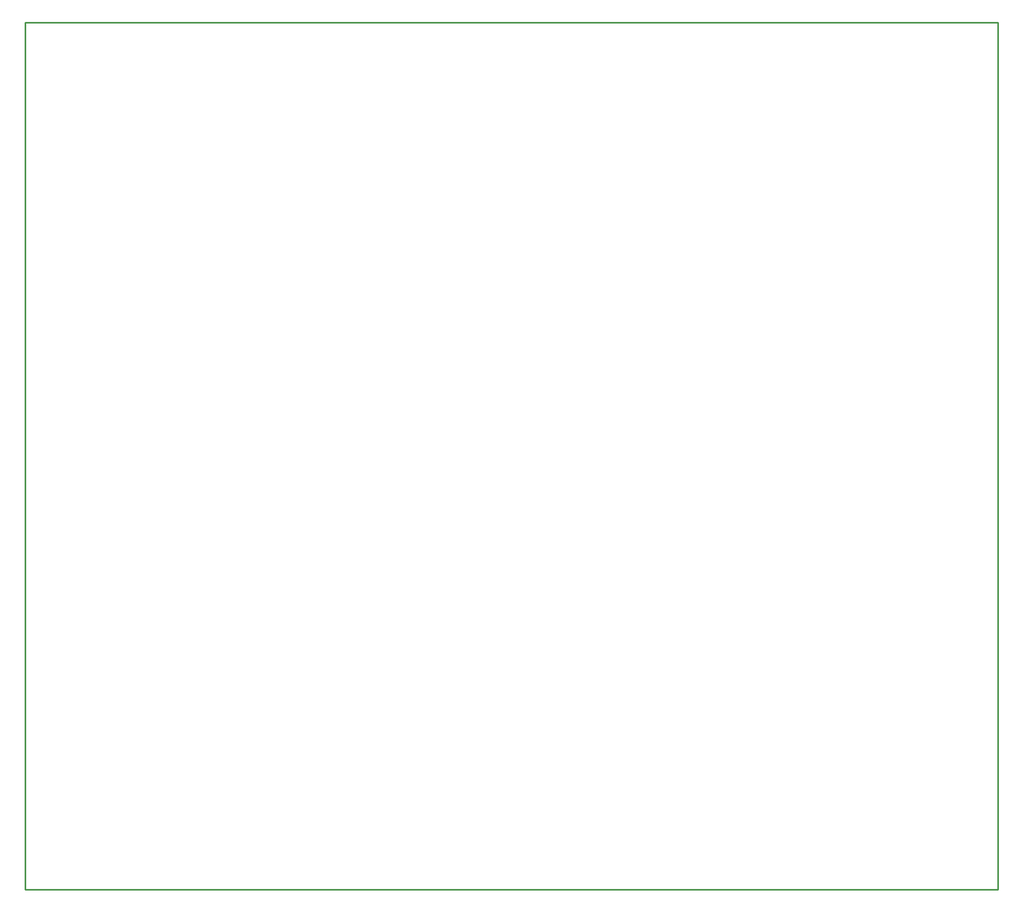
<source format=gbr>
%TF.GenerationSoftware,Altium Limited,Altium Designer,19.1.5 (86)*%
G04 Layer_Color=16711935*
%FSLAX26Y26*%
%MOIN*%
%TF.FileFunction,Keep-out,Top*%
%TF.Part,Single*%
G01*
G75*
%TA.AperFunction,NonConductor*%
%ADD48C,0.010000*%
D48*
X0Y5399999D02*
X6060000Y5400000D01*
X0Y0D02*
Y5400000D01*
X6060000D02*
X6060000Y0D01*
X0D02*
X6060000D01*
%TF.MD5,b0c35f2a14c6e249062dc4b91f2d3574*%
M02*

</source>
